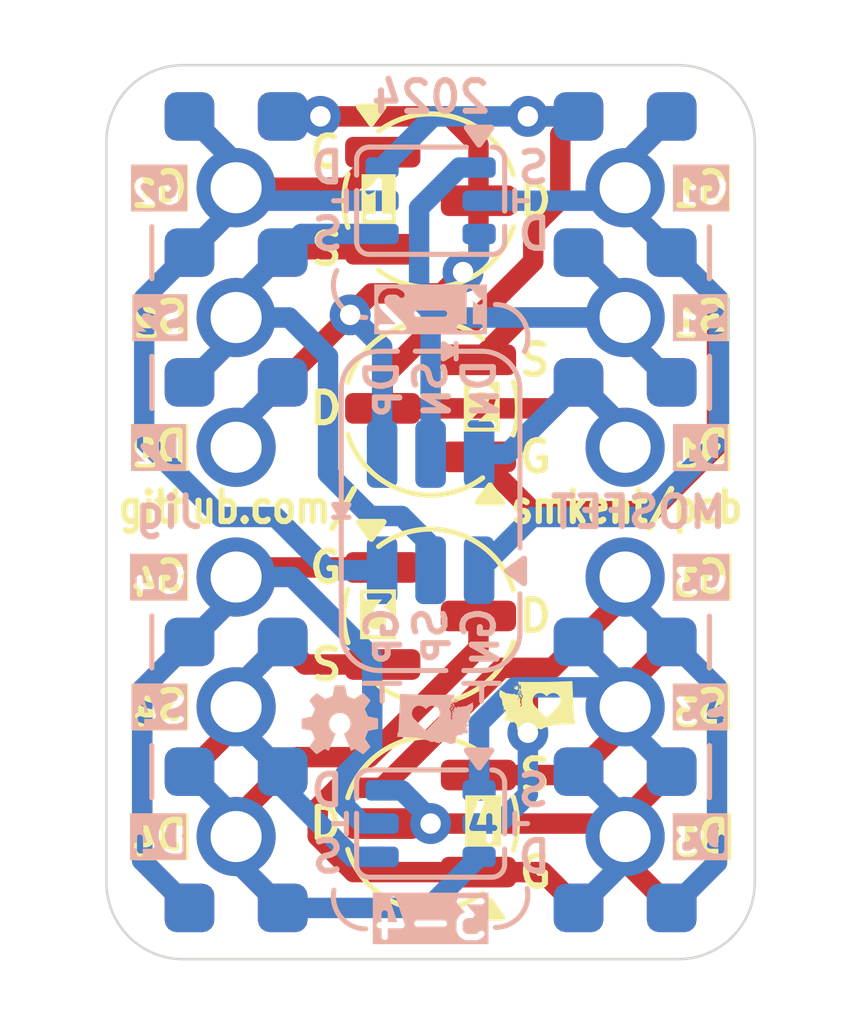
<source format=kicad_pcb>
(kicad_pcb (version 20240108) (generator "pcbnew") (generator_version "8.0")
  (layers (0 "F.Cu" signal) (31 "B.Cu" signal) (34 "B.Paste" user) (35 "F.Paste" user) (36 "B.SilkS" user "B.Silkscreen") (37 "F.SilkS" user "F.Silkscreen") (38 "B.Mask" user) (39 "F.Mask" user) (44 "Edge.Cuts" user))
  (net 0 "")
  (net 1 "L5")
  (net 2 "L6")
  (net 3 "L1")
  (net 4 "L3")
  (net 5 "L4")
  (net 6 "L2")
  (net 7 "R5")
  (net 8 "R4")
  (net 9 "R3")
  (net 10 "R6")
  (net 11 "R1")
  (net 12 "R2")
  (footprint "custom:R_0603_1608Metric_Pad0.98x0.95mm_HandSolder_simple" (layer "F.Cu") (at 109.22 100.203 180)
    (property "Reference" "R9" (hide yes))
    (property "Value" "10K")
    (pad "1" smd roundrect (at -0.9125 0 180) (size 0.975 0.95) (layers "F.Cu" "F.Paste" "F.Mask") (net 11 "R1"))
    (pad "2" smd roundrect (at 0.9125 0 180) (size 0.975 0.95) (layers "F.Cu" "F.Paste" "F.Mask") (net 9 "R3"))
  )
  (footprint "custom:R_0603_1608Metric_Pad0.98x0.95mm_HandSolder_simple" (layer "F.Cu") (at 101.6 113.03)
    (property "Reference" "R5" (hide yes))
    (property "Value" "10K")
    (pad "1" smd roundrect (at -0.9125 0) (size 0.975 0.95) (layers "F.Cu" "F.Paste" "F.Mask") (net 1 "L5"))
    (pad "2" smd roundrect (at 0.9125 0) (size 0.975 0.95) (layers "F.Cu" "F.Paste" "F.Mask") (net 2 "L6"))
  )
  (footprint "custom:R_0603_1608Metric_Pad0.98x0.95mm_HandSolder_simple" (layer "F.Cu") (at 109.22 113.03)
    (property "Reference" "R11" (hide yes))
    (property "Value" "10K")
    (pad "1" smd roundrect (at -0.9125 0) (size 0.975 0.95) (layers "F.Cu" "F.Paste" "F.Mask") (net 7 "R5"))
    (pad "2" smd roundrect (at 0.9125 0) (size 0.975 0.95) (layers "F.Cu" "F.Paste" "F.Mask") (net 10 "R6"))
  )
  (footprint "custom:R_0603_1608Metric_Pad0.98x0.95mm_HandSolder_simple" (layer "F.Cu") (at 101.6 105.41)
    (property "Reference" "R2" (hide yes))
    (property "Value" "10K")
    (pad "1" smd roundrect (at -0.9125 0) (size 0.975 0.95) (layers "F.Cu" "F.Paste" "F.Mask") (net 6 "L2"))
    (pad "2" smd roundrect (at 0.9125 0) (size 0.975 0.95) (layers "F.Cu" "F.Paste" "F.Mask") (net 4 "L3"))
  )
  (footprint "custom:R_0603_1608Metric_Pad0.98x0.95mm_HandSolder_simple" (layer "F.Cu") (at 109.22 110.49)
    (property "Reference" "R10" (hide yes))
    (property "Value" "10K")
    (pad "1" smd roundrect (at -0.9125 0) (size 0.975 0.95) (layers "F.Cu" "F.Paste" "F.Mask") (net 8 "R4"))
    (pad "2" smd roundrect (at 0.9125 0) (size 0.975 0.95) (layers "F.Cu" "F.Paste" "F.Mask") (net 7 "R5"))
  )
  (footprint "custom:R_0603_1608Metric_Pad0.98x0.95mm_HandSolder_simple" (layer "F.Cu") (at 109.22 102.87 180)
    (property "Reference" "R7" (hide yes))
    (property "Value" "10K")
    (pad "1" smd roundrect (at -0.9125 0 180) (size 0.975 0.95) (layers "F.Cu" "F.Paste" "F.Mask") (net 11 "R1"))
    (pad "2" smd roundrect (at 0.9125 0 180) (size 0.975 0.95) (layers "F.Cu" "F.Paste" "F.Mask") (net 12 "R2"))
  )
  (footprint "graphics:wa-state-heart-1.5mm" (layer "F.Cu") (at 107.5 111.75)
    (property "Reference" "G***" (hide yes))
    (property "Value" "LOGO" (hide yes))
  )
  (footprint "custom:R_0603_1608Metric_Pad0.98x0.95mm_HandSolder_simple" (layer "F.Cu") (at 101.6 102.87)
    (property "Reference" "R1" (hide yes))
    (property "Value" "10K")
    (pad "1" smd roundrect (at -0.9125 0) (size 0.975 0.95) (layers "F.Cu" "F.Paste" "F.Mask") (net 3 "L1"))
    (pad "2" smd roundrect (at 0.9125 0) (size 0.975 0.95) (layers "F.Cu" "F.Paste" "F.Mask") (net 6 "L2"))
  )
  (footprint "custom:SOT-23_mosfet" (layer "F.Cu") (at 105.41 114.046 180)
    (property "Reference" "Q6" (hide yes))
    (property "Value" "BSS138")
    (fp_text user "G" (at -1.675 -0.95 0) (layer "F.SilkS") (effects (font (size 0.6 0.6) (thickness 0.12)) (justify left)))
    (fp_text user "S" (at -1.675 0.95 0) (layer "F.SilkS") (effects (font (size 0.6 0.6) (thickness 0.12)) (justify left)))
    (fp_text user "D" (at 1.675 0 0) (layer "F.SilkS") (effects (font (size 0.6 0.6) (thickness 0.12)) (justify right)))
    (pad "1" smd roundrect (at -0.9375 -0.95 180) (size 1.475 0.6) (layers "F.Cu" "F.Paste" "F.Mask") (net 8 "R4"))
    (pad "2" smd roundrect (at -0.9375 0.95 180) (size 1.475 0.6) (layers "F.Cu" "F.Paste" "F.Mask") (net 7 "R5"))
    (pad "3" smd roundrect (at 0.9375 0 180) (size 1.475 0.6) (layers "F.Cu" "F.Paste" "F.Mask") (net 10 "R6"))
  )
  (footprint "custom:R_0603_1608Metric_Pad0.98x0.95mm_HandSolder_simple" (layer "F.Cu") (at 109.22 105.41 180)
    (property "Reference" "R8" (hide yes))
    (property "Value" "10K")
    (pad "1" smd roundrect (at -0.9125 0 180) (size 0.975 0.95) (layers "F.Cu" "F.Paste" "F.Mask") (net 12 "R2"))
    (pad "2" smd roundrect (at 0.9125 0 180) (size 0.975 0.95) (layers "F.Cu" "F.Paste" "F.Mask") (net 9 "R3"))
  )
  (footprint "custom:R_0603_1608Metric_Pad0.98x0.95mm_HandSolder_simple" (layer "F.Cu") (at 101.6 115.697)
    (property "Reference" "R6" (hide yes))
    (property "Value" "10K")
    (pad "1" smd roundrect (at -0.9125 0) (size 0.975 0.95) (layers "F.Cu" "F.Paste" "F.Mask") (net 5 "L4"))
    (pad "2" smd roundrect (at 0.9125 0) (size 0.975 0.95) (layers "F.Cu" "F.Paste" "F.Mask") (net 2 "L6"))
  )
  (footprint "custom:SOT-23_mosfet" (layer "F.Cu") (at 105.41 105.918 180)
    (property "Reference" "Q2" (hide yes))
    (property "Value" "BSS138")
    (fp_text user "S" (at -1.675 0.95 0) (layer "F.SilkS") (effects (font (size 0.6 0.6) (thickness 0.12)) (justify left)))
    (fp_text user "G" (at -1.675 -0.95 0) (layer "F.SilkS") (effects (font (size 0.6 0.6) (thickness 0.12)) (justify left)))
    (fp_text user "D" (at 1.675 0 0) (layer "F.SilkS") (effects (font (size 0.6 0.6) (thickness 0.12)) (justify right)))
    (pad "1" smd roundrect (at -0.9375 -0.95 180) (size 1.475 0.6) (layers "F.Cu" "F.Paste" "F.Mask") (net 11 "R1"))
    (pad "2" smd roundrect (at -0.9375 0.95 180) (size 1.475 0.6) (layers "F.Cu" "F.Paste" "F.Mask") (net 12 "R2"))
    (pad "3" smd roundrect (at 0.9375 0 180) (size 1.475 0.6) (layers "F.Cu" "F.Paste" "F.Mask") (net 9 "R3"))
  )
  (footprint "graphics:oshw-logo-1.5mm" (layer "F.Cu") (at 103.632 112.014)
    (property "Reference" "G***" (hide yes))
    (property "Value" "LOGO" (hide yes))
  )
  (footprint "custom:SOT-23_mosfet" (layer "F.Cu") (at 105.41 109.982)
    (property "Reference" "Q5" (hide yes))
    (property "Value" "BSS138")
    (fp_text user "S" (at -1.675 0.95 0) (layer "F.SilkS") (effects (font (size 0.6 0.6) (thickness 0.12)) (justify right)))
    (fp_text user "G" (at -1.675 -0.95 0) (layer "F.SilkS") (effects (font (size 0.6 0.6) (thickness 0.12)) (justify right)))
    (fp_text user "D" (at 1.675 0 0) (layer "F.SilkS") (effects (font (size 0.6 0.6) (thickness 0.12)) (justify left)))
    (pad "1" smd roundrect (at -0.9375 -0.95) (size 1.475 0.6) (layers "F.Cu" "F.Paste" "F.Mask") (net 5 "L4"))
    (pad "2" smd roundrect (at -0.9375 0.95) (size 1.475 0.6) (layers "F.Cu" "F.Paste" "F.Mask") (net 1 "L5"))
    (pad "3" smd roundrect (at 0.9375 0) (size 1.475 0.6) (layers "F.Cu" "F.Paste" "F.Mask") (net 2 "L6"))
  )
  (footprint "custom:R_0603_1608Metric_Pad0.98x0.95mm_HandSolder_simple" (layer "F.Cu") (at 101.6 110.49)
    (property "Reference" "R4" (hide yes))
    (property "Value" "10K")
    (pad "1" smd roundrect (at -0.9125 0) (size 0.975 0.95) (layers "F.Cu" "F.Paste" "F.Mask") (net 5 "L4"))
    (pad "2" smd roundrect (at 0.9125 0) (size 0.975 0.95) (layers "F.Cu" "F.Paste" "F.Mask") (net 1 "L5"))
  )
  (footprint "custom:R_0603_1608Metric_Pad0.98x0.95mm_HandSolder_simple" (layer "F.Cu") (at 109.22 115.697)
    (property "Reference" "R12" (hide yes))
    (property "Value" "10K")
    (pad "1" smd roundrect (at -0.9125 0) (size 0.975 0.95) (layers "F.Cu" "F.Paste" "F.Mask") (net 8 "R4"))
    (pad "2" smd roundrect (at 0.9125 0) (size 0.975 0.95) (layers "F.Cu" "F.Paste" "F.Mask") (net 10 "R6"))
  )
  (footprint "custom:SOT-23_mosfet" (layer "F.Cu") (at 105.41 101.854)
    (property "Reference" "Q1" (hide yes))
    (property "Value" "BSS138")
    (fp_text user "G" (at -1.675 -0.95 0) (layer "F.SilkS") (effects (font (size 0.6 0.6) (thickness 0.12)) (justify right)))
    (fp_text user "S" (at -1.675 0.95 0) (layer "F.SilkS") (effects (font (size 0.6 0.6) (thickness 0.12)) (justify right)))
    (fp_text user "D" (at 1.675 0 0) (layer "F.SilkS") (effects (font (size 0.6 0.6) (thickness 0.12)) (justify left)))
    (pad "1" smd roundrect (at -0.9375 -0.95) (size 1.475 0.6) (layers "F.Cu" "F.Paste" "F.Mask") (net 3 "L1"))
    (pad "2" smd roundrect (at -0.9375 0.95) (size 1.475 0.6) (layers "F.Cu" "F.Paste" "F.Mask") (net 6 "L2"))
    (pad "3" smd roundrect (at 0.9375 0) (size 1.475 0.6) (layers "F.Cu" "F.Paste" "F.Mask") (net 4 "L3"))
  )
  (footprint "custom:R_0603_1608Metric_Pad0.98x0.95mm_HandSolder_simple" (layer "F.Cu") (at 101.6 100.203)
    (property "Reference" "R3" (hide yes))
    (property "Value" "10K")
    (pad "1" smd roundrect (at -0.9125 0) (size 0.975 0.95) (layers "F.Cu" "F.Paste" "F.Mask") (net 3 "L1"))
    (pad "2" smd roundrect (at 0.9125 0) (size 0.975 0.95) (layers "F.Cu" "F.Paste" "F.Mask") (net 4 "L3"))
  )
  (footprint "custom:R_0603_1608Metric_Pad0.98x0.95mm_HandSolder_simple" (layer "B.Cu") (at 109.22 100.203 180)
    (property "Reference" "R21" (hide yes))
    (property "Value" "10K")
    (pad "1" smd roundrect (at -0.9125 0 180) (size 0.975 0.95) (layers "B.Cu" "B.Paste" "B.Mask") (net 11 "R1"))
    (pad "2" smd roundrect (at 0.9125 0 180) (size 0.975 0.95) (layers "B.Cu" "B.Paste" "B.Mask") (net 9 "R3"))
  )
  (footprint "graphics:oshw-logo-1.5mm" (layer "B.Cu") (at 103.632 112.014 180)
    (property "Reference" "G***" (hide yes))
    (property "Value" "LOGO" (hide yes))
  )
  (footprint "custom:R_0603_1608Metric_Pad0.98x0.95mm_HandSolder_simple" (layer "B.Cu") (at 109.22 110.49 180)
    (property "Reference" "R22" (hide yes))
    (property "Value" "10K")
    (pad "1" smd roundrect (at -0.9125 0 180) (size 0.975 0.95) (layers "B.Cu" "B.Paste" "B.Mask") (net 8 "R4"))
    (pad "2" smd roundrect (at 0.9125 0 180) (size 0.975 0.95) (layers "B.Cu" "B.Paste" "B.Mask") (net 7 "R5"))
  )
  (footprint "custom:PinHeader_1x06_P2.54mm_Vertical_slim_simple" (layer "B.Cu") (at 109.22 101.6 180)
    (property "Reference" "J2" (hide yes))
    (property "Value" "Pin headers")
    (pad "1" thru_hole oval (at 0 0 180) (size 1.55 1.55) (drill 1) (layers "*.Cu" "*.Mask") (net 11 "R1"))
    (pad "2" thru_hole oval (at 0 -2.54 180) (size 1.55 1.55) (drill 1) (layers "*.Cu" "*.Mask") (net 12 "R2"))
    (pad "3" thru_hole oval (at 0 -5.08 180) (size 1.55 1.55) (drill 1) (layers "*.Cu" "*.Mask") (net 9 "R3"))
    (pad "4" thru_hole oval (at 0 -7.62 180) (size 1.55 1.55) (drill 1) (layers "*.Cu" "*.Mask") (net 8 "R4"))
    (pad "5" thru_hole oval (at 0 -10.16 180) (size 1.55 1.55) (drill 1) (layers "*.Cu" "*.Mask") (net 7 "R5"))
    (pad "6" thru_hole oval (at 0 -12.7 180) (size 1.55 1.55) (drill 1) (layers "*.Cu" "*.Mask") (net 10 "R6"))
  )
  (footprint "custom:R_0603_1608Metric_Pad0.98x0.95mm_HandSolder_simple" (layer "B.Cu") (at 101.6 100.203)
    (property "Reference" "R15" (hide yes))
    (property "Value" "10K")
    (pad "1" smd roundrect (at -0.9125 0) (size 0.975 0.95) (layers "B.Cu" "B.Paste" "B.Mask") (net 3 "L1"))
    (pad "2" smd roundrect (at 0.9125 0) (size 0.975 0.95) (layers "B.Cu" "B.Paste" "B.Mask") (net 4 "L3"))
  )
  (footprint "custom:SOT-23-6_G1NP02LLE_mosfet" (layer "B.Cu") (at 105.41 107.95 90)
    (property "Reference" "Q3" (hide yes))
    (property "Value" "G1NP02LLE")
    (fp_text user "S_{P}" (at -1.8 0 90) (layer "B.SilkS") (effects (font (size 0.6 0.6) (thickness 0.12) (bold yes)) (justify left mirror)))
    (fp_text user "G_{P}" (at -1.8 -0.95 90) (layer "B.SilkS") (effects (font (size 0.6 0.6) (thickness 0.12) (bold yes)) (justify left mirror)))
    (fp_text user "D_{N}" (at 1.8 0.95 90) (layer "B.SilkS") (effects (font (size 0.6 0.6) (thickness 0.12) (bold yes)) (justify right mirror)))
    (fp_text user "D_{P}" (at 1.8 -0.95 90) (layer "B.SilkS") (effects (font (size 0.6 0.6) (thickness 0.12) (bold yes)) (justify right mirror)))
    (fp_text user "S_{N}" (at 1.8 0 90) (layer "B.SilkS") (effects (font (size 0.6 0.6) (thickness 0.12) (bold yes)) (justify right mirror)))
    (fp_text user "G_{N}" (at -1.8 0.95 90) (layer "B.SilkS") (effects (font (size 0.6 0.6) (thickness 0.12) (bold yes)) (justify left mirror)))
    (pad "1" smd roundrect (at -1.1375 0.95 90) (size 1.325 0.6) (layers "B.Cu" "B.Paste" "B.Mask") (net 11 "R1"))
    (pad "2" smd roundrect (at -1.1375 0 90) (size 1.325 0.6) (layers "B.Cu" "B.Paste" "B.Mask") (net 6 "L2"))
    (pad "3" smd roundrect (at -1.1375 -0.95 90) (size 1.325 0.6) (layers "B.Cu" "B.Paste" "B.Mask") (net 3 "L1"))
    (pad "4" smd roundrect (at 1.1375 -0.95 90) (size 1.325 0.6) (layers "B.Cu" "B.Paste" "B.Mask") (net 4 "L3"))
    (pad "5" smd roundrect (at 1.1375 0 90) (size 1.325 0.6) (layers "B.Cu" "B.Paste" "B.Mask") (net 12 "R2"))
    (pad "6" smd roundrect (at 1.1375 0.95 90) (size 1.325 0.6) (layers "B.Cu" "B.Paste" "B.Mask") (net 9 "R3"))
  )
  (footprint "custom:R_0603_1608Metric_Pad0.98x0.95mm_HandSolder_simple" (layer "B.Cu") (at 109.22 102.87 180)
    (property "Reference" "R19" (hide yes))
    (property "Value" "10K")
    (pad "1" smd roundrect (at -0.9125 0 180) (size 0.975 0.95) (layers "B.Cu" "B.Paste" "B.Mask") (net 11 "R1"))
    (pad "2" smd roundrect (at 0.9125 0 180) (size 0.975 0.95) (layers "B.Cu" "B.Paste" "B.Mask") (net 12 "R2"))
  )
  (footprint "custom:R_0603_1608Metric_Pad0.98x0.95mm_HandSolder_simple" (layer "B.Cu") (at 109.22 113.03 180)
    (property "Reference" "R23" (hide yes))
    (property "Value" "10K")
    (pad "1" smd roundrect (at -0.9125 0 180) (size 0.975 0.95) (layers "B.Cu" "B.Paste" "B.Mask") (net 7 "R5"))
    (pad "2" smd roundrect (at 0.9125 0 180) (size 0.975 0.95) (layers "B.Cu" "B.Paste" "B.Mask") (net 10 "R6"))
  )
  (footprint "custom:R_0603_1608Metric_Pad0.98x0.95mm_HandSolder_simple" (layer "B.Cu") (at 101.6 115.697)
    (property "Reference" "R18" (hide yes))
    (property "Value" "10K")
    (pad "1" smd roundrect (at -0.9125 0) (size 0.975 0.95) (layers "B.Cu" "B.Paste" "B.Mask") (net 5 "L4"))
    (pad "2" smd roundrect (at 0.9125 0) (size 0.975 0.95) (layers "B.Cu" "B.Paste" "B.Mask") (net 2 "L6"))
  )
  (footprint "custom:R_0603_1608Metric_Pad0.98x0.95mm_HandSolder_simple" (layer "B.Cu") (at 109.22 115.697 180)
    (property "Reference" "R24" (hide yes))
    (property "Value" "10K")
    (pad "1" smd roundrect (at -0.9125 0 180) (size 0.975 0.95) (layers "B.Cu" "B.Paste" "B.Mask") (net 8 "R4"))
    (pad "2" smd roundrect (at 0.9125 0 180) (size 0.975 0.95) (layers "B.Cu" "B.Paste" "B.Mask") (net 10 "R6"))
  )
  (footprint "graphics:wa-state-heart-1.5mm" (layer "B.Cu") (at 105.5 112 180)
    (property "Reference" "G***" (hide yes))
    (property "Value" "LOGO" (hide yes))
  )
  (footprint "custom:R_0603_1608Metric_Pad0.98x0.95mm_HandSolder_simple" (layer "B.Cu") (at 109.22 105.41 180)
    (property "Reference" "R20" (hide yes))
    (property "Value" "10K")
    (pad "1" smd roundrect (at -0.9125 0 180) (size 0.975 0.95) (layers "B.Cu" "B.Paste" "B.Mask") (net 12 "R2"))
    (pad "2" smd roundrect (at 0.9125 0 180) (size 0.975 0.95) (layers "B.Cu" "B.Paste" "B.Mask") (net 9 "R3"))
  )
  (footprint "custom:PinHeader_1x06_P2.54mm_Vertical_slim_simple" (layer "B.Cu") (at 101.6 101.6 180)
    (property "Reference" "J1" (hide yes))
    (property "Value" "Pin headers")
    (pad "1" thru_hole oval (at 0 0 180) (size 1.55 1.55) (drill 1) (layers "*.Cu" "*.Mask") (net 3 "L1"))
    (pad "2" thru_hole oval (at 0 -2.54 180) (size 1.55 1.55) (drill 1) (layers "*.Cu" "*.Mask") (net 6 "L2"))
    (pad "3" thru_hole oval (at 0 -5.08 180) (size 1.55 1.55) (drill 1) (layers "*.Cu" "*.Mask") (net 4 "L3"))
    (pad "4" thru_hole oval (at 0 -7.62 180) (size 1.55 1.55) (drill 1) (layers "*.Cu" "*.Mask") (net 5 "L4"))
    (pad "5" thru_hole oval (at 0 -10.16 180) (size 1.55 1.55) (drill 1) (layers "*.Cu" "*.Mask") (net 1 "L5"))
    (pad "6" thru_hole oval (at 0 -12.7 180) (size 1.55 1.55) (drill 1) (layers "*.Cu" "*.Mask") (net 2 "L6"))
  )
  (footprint "custom:R_0603_1608Metric_Pad0.98x0.95mm_HandSolder_simple" (layer "B.Cu") (at 101.6 110.49)
    (property "Reference" "R16" (hide yes))
    (property "Value" "10K")
    (pad "1" smd roundrect (at -0.9125 0) (size 0.975 0.95) (layers "B.Cu" "B.Paste" "B.Mask") (net 5 "L4"))
    (pad "2" smd roundrect (at 0.9125 0) (size 0.975 0.95) (layers "B.Cu" "B.Paste" "B.Mask") (net 1 "L5"))
  )
  (footprint "custom:SOT-363_SC-70-6_mosfet" (layer "B.Cu") (at 105.41 114.046 180)
    (property "Reference" "Q7" (hide yes))
    (property "Value" "2N7002DW")
    (fp_text user "S" (at -1.65 0.65 0) (layer "B.SilkS") (effects (font (size 0.6 0.6) (thickness 0.12) (bold yes)) (justify right mirror)))
    (fp_text user "D" (at -1.65 -0.65 0) (layer "B.SilkS") (effects (font (size 0.6 0.6) (thickness 0.12) (bold yes)) (justify right mirror)))
    (fp_text user "D" (at 1.65 0.65 0) (layer "B.SilkS") (effects (font (size 0.6 0.6) (thickness 0.12) (bold yes)) (justify left mirror)))
    (fp_text user "S" (at 1.65 -0.65 0) (layer "B.SilkS") (effects (font (size 0.6 0.6) (thickness 0.12) (bold yes)) (justify left mirror)))
    (pad "1" smd roundrect (at -0.95 0.65 180) (size 0.65 0.4) (layers "B.Cu" "B.Paste" "B.Mask") (net 7 "R5"))
    (pad "2" smd roundrect (at -0.95 0 180) (size 0.65 0.4) (layers "B.Cu" "B.Paste" "B.Mask") (net 8 "R4"))
    (pad "3" smd roundrect (at -0.95 -0.65 180) (size 0.65 0.4) (layers "B.Cu" "B.Paste" "B.Mask") (net 2 "L6"))
    (pad "4" smd roundrect (at 0.95 -0.65 180) (size 0.65 0.4) (layers "B.Cu" "B.Paste" "B.Mask") (net 1 "L5"))
    (pad "5" smd roundrect (at 0.95 0 180) (size 0.65 0.4) (layers "B.Cu" "B.Paste" "B.Mask") (net 5 "L4"))
    (pad "6" smd roundrect (at 0.95 0.65 180) (size 0.65 0.4) (layers "B.Cu" "B.Paste" "B.Mask") (net 10 "R6"))
  )
  (footprint "custom:R_0603_1608Metric_Pad0.98x0.95mm_HandSolder_simple" (layer "B.Cu") (at 101.6 113.03 180)
    (property "Reference" "R17" (hide yes))
    (property "Value" "10K")
    (pad "1" smd roundrect (at -0.9125 0 180) (size 0.975 0.95) (layers "B.Cu" "B.Paste" "B.Mask") (net 1 "L5"))
    (pad "2" smd roundrect (at 0.9125 0 180) (size 0.975 0.95) (layers "B.Cu" "B.Paste" "B.Mask") (net 2 "L6"))
  )
  (footprint "custom:SOT-363_SC-70-6_mosfet" (layer "B.Cu") (at 105.41 101.854 180)
    (property "Reference" "Q4" (hide yes))
    (property "Value" "2N7002DW")
    (fp_text user "D" (at -1.65 -0.65 0) (layer "B.SilkS") (effects (font (size 0.6 0.6) (thickness 0.12) (bold yes)) (justify right mirror)))
    (fp_text user "S" (at -1.65 0.65 0) (layer "B.SilkS") (effects (font (size 0.6 0.6) (thickness 0.12) (bold yes)) (justify right mirror)))
    (fp_text user "S" (at 1.65 -0.65 0) (layer "B.SilkS") (effects (font (size 0.6 0.6) (thickness 0.12) (bold yes)) (justify left mirror)))
    (fp_text user "D" (at 1.65 0.65 0) (layer "B.SilkS") (effects (font (size 0.6 0.6) (thickness 0.12) (bold yes)) (justify left mirror)))
    (pad "1" smd roundrect (at -0.95 0.65 180) (size 0.65 0.4) (layers "B.Cu" "B.Paste" "B.Mask") (net 12 "R2"))
    (pad "2" smd roundrect (at -0.95 0 180) (size 0.65 0.4) (layers "B.Cu" "B.Paste" "B.Mask") (net 11 "R1"))
    (pad "3" smd roundrect (at -0.95 -0.65 180) (size 0.65 0.4) (layers "B.Cu" "B.Paste" "B.Mask") (net 4 "L3"))
    (pad "4" smd roundrect (at 0.95 -0.65 180) (size 0.65 0.4) (layers "B.Cu" "B.Paste" "B.Mask") (net 6 "L2"))
    (pad "5" smd roundrect (at 0.95 0 180) (size 0.65 0.4) (layers "B.Cu" "B.Paste" "B.Mask") (net 3 "L1"))
    (pad "6" smd roundrect (at 0.95 0.65 180) (size 0.65 0.4) (layers "B.Cu" "B.Paste" "B.Mask") (net 9 "R3"))
  )
  (footprint "custom:R_0603_1608Metric_Pad0.98x0.95mm_HandSolder_simple" (layer "B.Cu") (at 101.6 102.87)
    (property "Reference" "R13" (hide yes))
    (property "Value" "10K")
    (pad "1" smd roundrect (at -0.9125 0) (size 0.975 0.95) (layers "B.Cu" "B.Paste" "B.Mask") (net 3 "L1"))
    (pad "2" smd roundrect (at 0.9125 0) (size 0.975 0.95) (layers "B.Cu" "B.Paste" "B.Mask") (net 6 "L2"))
  )
  (footprint "custom:R_0603_1608Metric_Pad0.98x0.95mm_HandSolder_simple" (layer "B.Cu") (at 101.6 105.41)
    (property "Reference" "R14" (hide yes))
    (property "Value" "10K")
    (pad "1" smd roundrect (at -0.9125 0) (size 0.975 0.95) (layers "B.Cu" "B.Paste" "B.Mask") (net 6 "L2"))
    (pad "2" smd roundrect (at 0.9125 0) (size 0.975 0.95) (layers "B.Cu" "B.Paste" "B.Mask") (net 4 "L3"))
  )
  (gr_arc (start 104.14 104.14) (mid 103.599837 103.838839) (end 103.572039 103.221019) (stroke (width 0.1)) (layer "B.SilkS"))
  (gr_line (start 110.871 112.522) (end 110.871 113.538) (stroke (width 0.1)) (layer "B.SilkS"))
  (gr_line (start 99.949 113.538) (end 99.949 112.522) (stroke (width 0.1)) (layer "B.SilkS"))
  (gr_line (start 110.871 109.982) (end 110.871 110.998) (stroke (width 0.1)) (layer "B.SilkS"))
  (gr_line (start 99.949 110.998) (end 99.949 109.982) (stroke (width 0.1)) (layer "B.SilkS"))
  (gr_line (start 110.871 104.902) (end 110.871 105.918) (stroke (width 0.1)) (layer "B.SilkS"))
  (gr_line (start 110.871 102.362) (end 110.871 103.378) (stroke (width 0.1)) (layer "B.SilkS"))
  (gr_line (start 99.949 103.378) (end 99.949 102.362) (stroke (width 0.1)) (layer "B.SilkS"))
  (gr_arc (start 104.14 116.107981) (mid 103.648928 115.875564) (end 103.517331 115.348447) (stroke (width 0.1)) (layer "B.SilkS"))
  (gr_arc (start 107.302669 115.318466) (mid 107.171073 115.845583) (end 106.68 116.078) (stroke (width 0.1)) (layer "B.SilkS"))
  (gr_line (start 99.949 105.918) (end 99.949 104.902) (stroke (width 0.1)) (layer "B.SilkS"))
  (gr_arc (start 106.68 103.886) (mid 107.220163 104.187161) (end 107.247961 104.804981) (stroke (width 0.1)) (layer "B.SilkS"))
  (gr_line (start 99.949 104.902) (end 99.949 105.918) (stroke (width 0.1)) (layer "F.SilkS"))
  (gr_line (start 110.871 105.918) (end 110.871 104.902) (stroke (width 0.1)) (layer "F.SilkS"))
  (gr_line (start 110.871 110.998) (end 110.871 109.982) (stroke (width 0.1)) (layer "F.SilkS"))
  (gr_line (start 99.949 112.522) (end 99.949 113.538) (stroke (width 0.1)) (layer "F.SilkS"))
  (gr_line (start 110.871 103.378) (end 110.871 102.362) (stroke (width 0.1)) (layer "F.SilkS"))
  (gr_line (start 99.949 109.982) (end 99.949 110.998) (stroke (width 0.1)) (layer "F.SilkS"))
  (gr_line (start 110.871 113.538) (end 110.871 112.522) (stroke (width 0.1)) (layer "F.SilkS"))
  (gr_line (start 99.949 102.362) (end 99.949 103.378) (stroke (width 0.1)) (layer "F.SilkS"))
  (gr_poly (pts (arc (start 111.76 100.7) (mid 111.32066 99.63934) (end 110.26 99.2)) (arc (start 100.56 99.2) (mid 99.49934 99.63934) (end 99.06 100.7)) (arc (start 99.06 115.2) (mid 99.49934 116.26066) (end 100.56 116.7)) (arc (start 110.26 116.7) (mid 111.32066 116.26066) (end 111.76 115.2))) (stroke (width 0.05)) (fill none) (layer "Edge.Cuts"))
  (gr_text "1-2" (at 105.41 104.013 -0) (layer "B.SilkS" knockout) (effects (font (size 0.7 0.7) (thickness 0.12) (bold yes)) (justify mirror)))
  (gr_text "G_{4}" (at 100.711 109.22 0) (layer "B.SilkS" knockout) (effects (font (size 0.6 0.6) (thickness 0.12) (bold yes)) (justify left mirror)))
  (gr_text "3-4" (at 105.41 115.951 -0) (layer "B.SilkS" knockout) (effects (font (size 0.7 0.7) (thickness 0.12) (bold yes)) (justify mirror)))
  (gr_text "S_{3}" (at 110.109 111.76 0) (layer "B.SilkS" knockout) (effects (font (size 0.6 0.6) (thickness 0.12) (bold yes)) (justify right mirror)))
  (gr_text "G_{3}" (at 110.109 109.22 0) (layer "B.SilkS" knockout) (effects (font (size 0.6 0.6) (thickness 0.12) (bold yes)) (justify right mirror)))
  (gr_text "S_{2}" (at 100.711 104.14 0) (layer "B.SilkS" knockout) (effects (font (size 0.6 0.6) (thickness 0.12) (bold yes)) (justify left mirror)))
  (gr_text "D_{3}" (at 110.109 114.3 0) (layer "B.SilkS" knockout) (effects (font (size 0.6 0.6) (thickness 0.12) (bold yes)) (justify right mirror)))
  (gr_text "D_{1}" (at 110.109 106.68 0) (layer "B.SilkS" knockout) (effects (font (size 0.6 0.6) (thickness 0.12) (bold yes)) (justify right mirror)))
  (gr_text "G_{1}" (at 110.109 101.6 0) (layer "B.SilkS" knockout) (effects (font (size 0.6 0.6) (thickness 0.12) (bold yes)) (justify right mirror)))
  (gr_text "D_{4}" (at 100.711 114.3 0) (layer "B.SilkS" knockout) (effects (font (size 0.6 0.6) (thickness 0.12) (bold yes)) (justify left mirror)))
  (gr_text "2024" (at 105.41 99.822 0) (layer "B.SilkS") (effects (font (size 0.6 0.6) (thickness 0.12) (bold yes)) (justify mirror)))
  (gr_text "D_{2}" (at 100.711 106.68 0) (layer "B.SilkS" knockout) (effects (font (size 0.6 0.6) (thickness 0.12) (bold yes)) (justify left mirror)))
  (gr_text "G_{2}" (at 100.711 101.6 0) (layer "B.SilkS" knockout) (effects (font (size 0.6 0.6) (thickness 0.12) (bold yes)) (justify left mirror)))
  (gr_text "S_{1}" (at 110.109 104.14 0) (layer "B.SilkS" knockout) (effects (font (size 0.6 0.6) (thickness 0.12) (bold yes)) (justify right mirror)))
  (gr_text "S_{4}" (at 100.711 111.76 0) (layer "B.SilkS" knockout) (effects (font (size 0.6 0.6) (thickness 0.12) (bold yes)) (justify left mirror)))
  (gr_text "MOSFET               Jig" (at 105.41 107.95 0) (layer "B.SilkS") (effects (font (size 0.6 0.6) (thickness 0.12) (bold yes)) (justify mirror)))
  (gr_text "4" (at 106.426 114.046 0) (layer "F.SilkS" knockout) (effects (font (size 0.7 0.7) (thickness 0.12) (bold yes))))
  (gr_text "D_{4}" (at 110.109 114.3 0) (layer "F.SilkS" knockout) (effects (font (size 0.6 0.6) (thickness 0.12) (bold yes)) (justify left)))
  (gr_text "3" (at 104.394 109.982 0) (layer "F.SilkS" knockout) (effects (font (size 0.7 0.7) (thickness 0.12) (bold yes))))
  (gr_text "G_{4}" (at 110.109 109.22 0) (layer "F.SilkS" knockout) (effects (font (size 0.6 0.6) (thickness 0.12) (bold yes)) (justify left)))
  (gr_text "S_{2}" (at 110.109 104.14 0) (layer "F.SilkS" knockout) (effects (font (size 0.6 0.6) (thickness 0.12) (bold yes)) (justify left)))
  (gr_text "G_{3}" (at 100.711 109.22 0) (layer "F.SilkS" knockout) (effects (font (size 0.6 0.6) (thickness 0.12) (bold yes)) (justify right)))
  (gr_text "G_{1}" (at 100.711 101.6 0) (layer "F.SilkS" knockout) (effects (font (size 0.6 0.6) (thickness 0.12) (bold yes)) (justify right)))
  (gr_text "2" (at 106.426 105.918 0) (layer "F.SilkS" knockout) (effects (font (size 0.7 0.7) (thickness 0.12) (bold yes))))
  (gr_text "S_{4}" (at 110.109 111.76 0) (layer "F.SilkS" knockout) (effects (font (size 0.6 0.6) (thickness 0.12) (bold yes)) (justify left)))
  (gr_text "github.com/        smkent/pcb" (at 105.41 108.204 0) (layer "F.SilkS") (effects (font (size 0.6 0.5) (thickness 0.12) (bold yes)) (justify bottom)))
  (gr_text "D_{1}" (at 100.711 106.68 0) (layer "F.SilkS" knockout) (effects (font (size 0.6 0.6) (thickness 0.12) (bold yes)) (justify right)))
  (gr_text "G_{2}" (at 110.109 101.6 0) (layer "F.SilkS" knockout) (effects (font (size 0.6 0.6) (thickness 0.12) (bold yes)) (justify left)))
  (gr_text "S_{3}" (at 100.711 111.76 0) (layer "F.SilkS" knockout) (effects (font (size 0.6 0.6) (thickness 0.12) (bold yes)) (justify right)))
  (gr_text "D_{3}" (at 100.711 114.3 0) (layer "F.SilkS" knockout) (effects (font (size 0.6 0.6) (thickness 0.12) (bold yes)) (justify right)))
  (gr_text "1" (at 104.394 101.854 0) (layer "F.SilkS" knockout) (effects (font (size 0.7 0.7) (thickness 0.12) (bold yes))))
  (gr_text "D_{2}" (at 110.109 106.68 0) (layer "F.SilkS" knockout) (effects (font (size 0.6 0.6) (thickness 0.12) (bold yes)) (justify left)))
  (gr_text "S_{1}" (at 100.711 104.14 0) (layer "F.SilkS" knockout) (effects (font (size 0.6 0.6) (thickness 0.12) (bold yes)) (justify right)))
  (segment (start 101.6 111.76) (end 101.6 111.4025) (width 0.4) (layer "F.Cu") (net 1))
  (segment (start 101.6 111.4025) (end 102.5125 110.49) (width 0.4) (layer "F.Cu") (net 1))
  (segment (start 101.6 112.1175) (end 100.6875 113.03) (width 0.4) (layer "F.Cu") (net 1))
  (segment (start 104.4725 110.932) (end 102.9545 110.932) (width 0.4) (layer "F.Cu") (net 1))
  (segment (start 101.6 111.76) (end 101.6 112.1175) (width 0.4) (layer "F.Cu") (net 1))
  (segment (start 102.9545 110.932) (end 102.5125 110.49) (width 0.4) (layer "F.Cu") (net 1))
  (segment (start 101.6 112.1175) (end 102.5125 113.03) (width 0.4) (layer "B.Cu") (net 1))
  (segment (start 103.876594 114.696) (end 102.5125 113.331906) (width 0.4) (layer "B.Cu") (net 1))
  (segment (start 102.5125 113.331906) (end 102.5125 113.03) (width 0.4) (layer "B.Cu") (net 1))
  (segment (start 104.46 114.696) (end 103.876594 114.696) (width 0.4) (layer "B.Cu") (net 1))
  (segment (start 101.6 111.4025) (end 102.5125 110.49) (width 0.4) (layer "B.Cu") (net 1))
  (segment (start 101.6 111.76) (end 101.6 111.4025) (width 0.4) (layer "B.Cu") (net 1))
  (segment (start 101.6 111.76) (end 101.6 112.1175) (width 0.4) (layer "B.Cu") (net 1))
  (segment (start 101.6 114.7845) (end 102.5125 115.697) (width 0.4) (layer "F.Cu") (net 2))
  (segment (start 102.7965 112.746) (end 104.210472 112.746) (width 0.4) (layer "F.Cu") (net 2))
  (segment (start 101.6 113.9425) (end 102.5125 113.03) (width 0.4) (layer "F.Cu") (net 2))
  (segment (start 101.6 114.3) (end 101.6 113.9425) (width 0.4) (layer "F.Cu") (net 2))
  (segment (start 104.210472 112.746) (end 106.3475 110.608972) (width 0.4) (layer "F.Cu") (net 2))
  (segment (start 101.6 114.3) (end 101.6 114.7845) (width 0.4) (layer "F.Cu") (net 2))
  (segment (start 102.5125 113.03) (end 102.7965 112.746) (width 0.4) (layer "F.Cu") (net 2))
  (segment (start 106.3475 110.608972) (end 106.3475 109.982) (width 0.4) (layer "F.Cu") (net 2))
  (segment (start 105.359 115.697) (end 102.5125 115.697) (width 0.4) (layer "B.Cu") (net 2))
  (segment (start 101.6 114.3) (end 101.6 114.7845) (width 0.4) (layer "B.Cu") (net 2))
  (segment (start 106.36 114.696) (end 105.359 115.697) (width 0.4) (layer "B.Cu") (net 2))
  (segment (start 101.6 113.9425) (end 100.6875 113.03) (width 0.4) (layer "B.Cu") (net 2))
  (segment (start 101.6 114.7845) (end 102.5125 115.697) (width 0.4) (layer "B.Cu") (net 2))
  (segment (start 101.6 114.3) (end 101.6 113.9425) (width 0.4) (layer "B.Cu") (net 2))
  (segment (start 101.6 101.1155) (end 100.6875 100.203) (width 0.4) (layer "F.Cu") (net 3))
  (segment (start 103.7765 101.6) (end 101.6 101.6) (width 0.4) (layer "F.Cu") (net 3))
  (segment (start 101.6 101.6) (end 101.6 101.9575) (width 0.4) (layer "F.Cu") (net 3))
  (segment (start 101.6 101.6) (end 101.6 101.1155) (width 0.4) (layer "F.Cu") (net 3))
  (segment (start 101.6 101.9575) (end 100.6875 102.87) (width 0.4) (layer "F.Cu") (net 3))
  (segment (start 104.4725 100.904) (end 103.7765 101.6) (width 0.4) (layer "F.Cu") (net 3))
  (segment (start 101.6 101.6) (end 101.6 101.1155) (width 0.4) (layer "B.Cu") (net 3))
  (segment (start 101.6 101.6) (end 101.6 101.9575) (width 0.4) (layer "B.Cu") (net 3))
  (segment (start 101.854 101.854) (end 104.46 101.854) (width 0.4) (layer "B.Cu") (net 3))
  (segment (start 101.6 101.6) (end 101.854 101.854) (width 0.4) (layer "B.Cu") (net 3))
  (segment (start 101.303299 108.045) (end 99.8 106.541701) (width 0.4) (layer "B.Cu") (net 3))
  (segment (start 104.46 109.0875) (end 103.412043 109.0875) (width 0.4) (layer "B.Cu") (net 3))
  (segment (start 99.8 103.7575) (end 100.6875 102.87) (width 0.4) (layer "B.Cu") (net 3))
  (segment (start 101.6 101.1155) (end 100.6875 100.203) (width 0.4) (layer "B.Cu") (net 3))
  (segment (start 103.412043 109.0875) (end 102.369543 108.045) (width 0.4) (layer "B.Cu") (net 3))
  (segment (start 102.369543 108.045) (end 101.303299 108.045) (width 0.4) (layer "B.Cu") (net 3))
  (segment (start 99.8 106.541701) (end 99.8 103.7575) (width 0.4) (layer "B.Cu") (net 3))
  (segment (start 101.6 101.9575) (end 100.6875 102.87) (width 0.4) (layer "B.Cu") (net 3))
  (segment (start 103.83425 104.08825) (end 102.5125 105.41) (width 0.4) (layer "F.Cu") (net 4))
  (segment (start 106.3475 101.854) (end 106.3475 100.7595) (width 0.4) (layer "F.Cu") (net 4))
  (segment (start 105.791 100.203) (end 103.251 100.203) (width 0.4) (layer "F.Cu") (net 4))
  (segment (start 106.3475 100.7595) (end 105.791 100.203) (width 0.4) (layer "F.Cu") (net 4))
  (segment (start 104.2545 103.668) (end 103.83425 104.08825) (width 0.4) (layer "F.Cu") (net 4))
  (segment (start 103.251 100.203) (end 102.5125 100.203) (width 0.4) (layer "F.Cu") (net 4))
  (segment (start 105.628 103.668) (end 104.2545 103.668) (width 0.4) (layer "F.Cu") (net 4))
  (segment (start 106.3475 101.854) (end 106.3475 102.9485) (width 0.4) (layer "F.Cu") (net 4))
  (segment (start 101.6 106.68) (end 101.6 106.3225) (width 0.4) (layer "F.Cu") (net 4))
  (segment (start 101.6 106.3225) (end 102.5125 105.41) (width 0.4) (layer "F.Cu") (net 4))
  (segment (start 106.3475 102.9485) (end 106.045 103.251) (width 0.4) (layer "F.Cu") (net 4))
  (segment (start 106.045 103.251) (end 105.628 103.668) (width 0.4) (layer "F.Cu") (net 4))
  (via (at 103.83425 104.08825) (size 0.8) (drill 0.4) (layers "F.Cu" "B.Cu") (net 4))
  (via (at 106.045 103.251) (size 0.8) (drill 0.4) (layers "F.Cu" "B.Cu") (net 4))
  (via (at 103.251 100.203) (size 0.8) (drill 0.4) (layers "F.Cu" "B.Cu") (net 4))
  (segment (start 106.36 102.936) (end 106.045 103.251) (width 0.4) (layer "B.Cu") (net 4))
  (segment (start 101.6 106.3225) (end 102.5125 105.41) (width 0.4) (layer "B.Cu") (net 4))
  (segment (start 101.6 106.68) (end 101.6 106.3225) (width 0.4) (layer "B.Cu") (net 4))
  (segment (start 104.46 104.714) (end 103.83425 104.08825) (width 0.4) (layer "B.Cu") (net 4))
  (segment (start 104.46 106.8125) (end 104.46 104.714) (width 0.4) (layer "B.Cu") (net 4))
  (segment (start 102.5125 100.203) (end 103.251 100.203) (width 0.4) (layer "B.Cu") (net 4))
  (segment (start 106.36 102.504) (end 106.36 102.936) (width 0.4) (layer "B.Cu") (net 4))
  (segment (start 104.4725 109.032) (end 101.788 109.032) (width 0.4) (layer "F.Cu") (net 5))
  (segment (start 99.76 111.4175) (end 100.6875 110.49) (width 0.4) (layer "F.Cu") (net 5))
  (segment (start 99.76 114.7695) (end 99.76 111.4175) (width 0.4) (layer "F.Cu") (net 5))
  (segment (start 101.6 109.22) (end 101.6 109.5775) (width 0.4) (layer "F.Cu") (net 5))
  (segment (start 101.788 109.032) (end 101.6 109.22) (width 0.4) (layer "F.Cu") (net 5))
  (segment (start 100.6875 115.697) (end 99.76 114.7695) (width 0.4) (layer "F.Cu") (net 5))
  (segment (start 101.6 109.5775) (end 100.6875 110.49) (width 0.4) (layer "F.Cu") (net 5))
  (segment (start 99.76 111.4175) (end 100.6875 110.49) (width 0.4) (layer "B.Cu") (net 5))
  (segment (start 101.6 109.5775) (end 100.6875 110.49) (width 0.4) (layer "B.Cu") (net 5))
  (segment (start 103.735 113.086122) (end 104.267 112.554122) (width 0.4) (layer "B.Cu") (net 5))
  (segment (start 104.267 112.554122) (end 104.267 110.790985) (width 0.4) (layer "B.Cu") (net 5))
  (segment (start 102.696015 109.22) (end 101.6 109.22) (width 0.4) (layer "B.Cu") (net 5))
  (segment (start 103.735 113.705878) (end 103.735 113.086122) (width 0.4) (layer "B.Cu") (net 5))
  (segment (start 104.267 110.790985) (end 102.696015 109.22) (width 0.4) (layer "B.Cu") (net 5))
  (segment (start 101.6 109.22) (end 101.6 109.5775) (width 0.4) (layer "B.Cu") (net 5))
  (segment (start 104.46 114.046) (end 104.075122 114.046) (width 0.4) (layer "B.Cu") (net 5))
  (segment (start 100.6875 115.697) (end 99.76 114.7695) (width 0.4) (layer "B.Cu") (net 5))
  (segment (start 99.76 114.7695) (end 99.76 111.4175) (width 0.4) (layer "B.Cu") (net 5))
  (segment (start 104.075122 114.046) (end 103.735 113.705878) (width 0.4) (layer "B.Cu") (net 5))
  (segment (start 101.6 104.14) (end 101.6 103.7825) (width 0.4) (layer "F.Cu") (net 6))
  (segment (start 104.4725 102.804) (end 102.5785 102.804) (width 0.4) (layer "F.Cu") (net 6))
  (segment (start 101.6 104.14) (end 101.6 104.4975) (width 0.4) (layer "F.Cu") (net 6))
  (segment (start 101.6 103.7825) (end 102.5125 102.87) (width 0.4) (layer "F.Cu") (net 6))
  (segment (start 101.6 104.4975) (end 100.6875 105.41) (width 0.4) (layer "F.Cu") (net 6))
  (segment (start 102.5785 102.804) (end 102.5125 102.87) (width 0.4) (layer "F.Cu") (net 6))
  (segment (start 103.4 107.196974) (end 103.4 104.901858) (width 0.4) (layer "B.Cu") (net 6))
  (segment (start 101.6 104.14) (end 101.6 104.4975) (width 0.4) (layer "B.Cu") (net 6))
  (segment (start 104.841974 108.025) (end 104.228026 108.025) (width 0.4) (layer "B.Cu") (net 6))
  (segment (start 104.228026 108.025) (end 103.4 107.196974) (width 0.4) (layer "B.Cu") (net 6))
  (segment (start 102.638142 104.14) (end 101.6 104.14) (width 0.4) (layer "B.Cu") (net 6))
  (segment (start 105.41 109.0875) (end 105.41 108.593026) (width 0.4) (layer "B.Cu") (net 6))
  (segment (start 101.6 104.14) (end 101.6 103.7825) (width 0.4) (layer "B.Cu") (net 6))
  (segment (start 101.6 104.4975) (end 100.6875 105.41) (width 0.4) (layer "B.Cu") (net 6))
  (segment (start 104.46 102.504) (end 102.8785 102.504) (width 0.4) (layer "B.Cu") (net 6))
  (segment (start 103.4 104.901858) (end 102.638142 104.14) (width 0.4) (layer "B.Cu") (net 6))
  (segment (start 102.8785 102.504) (end 102.5125 102.87) (width 0.4) (layer "B.Cu") (net 6))
  (segment (start 105.41 108.593026) (end 104.841974 108.025) (width 0.4) (layer "B.Cu") (net 6))
  (segment (start 101.6 103.7825) (end 102.5125 102.87) (width 0.4) (layer "B.Cu") (net 6))
  (segment (start 109.22 112.1175) (end 108.3075 113.03) (width 0.4) (layer "F.Cu") (net 7))
  (segment (start 109.22 111.76) (end 109.22 112.1175) (width 0.4) (layer "F.Cu") (net 7))
  (segment (start 109.22 111.76) (end 109.22 111.4025) (width 0.4) (layer "F.Cu") (net 7))
  (segment (start 108.2415 113.096) (end 108.3075 113.03) (width 0.4) (layer "F.Cu") (net 7))
  (segment (start 106.3475 113.096) (end 108.2415 113.096) (width 0.4) (layer "F.Cu") (net 7))
  (segment (start 109.22 111.4025) (end 110.1325 110.49) (width 0.4) (layer "F.Cu") (net 7))
  (segment (start 109.22 112.1175) (end 110.1325 113.03) (width 0.4) (layer "B.Cu") (net 7))
  (segment (start 107.061 111.379) (end 108.839 111.379) (width 0.4) (layer "B.Cu") (net 7))
  (segment (start 109.22 111.76) (end 109.22 111.4025) (width 0.4) (layer "B.Cu") (net 7))
  (segment (start 106.36 112.08) (end 107.061 111.379) (width 0.4) (layer "B.Cu") (net 7))
  (segment (start 109.22 111.76) (end 109.22 112.1175) (width 0.4) (layer "B.Cu") (net 7))
  (segment (start 106.36 113.396) (end 106.36 112.08) (width 0.4) (layer "B.Cu") (net 7))
  (segment (start 108.839 111.379) (end 109.22 111.76) (width 0.4) (layer "B.Cu") (net 7))
  (segment (start 109.22 111.4025) (end 108.3075 110.49) (width 0.4) (layer "B.Cu") (net 7))
  (segment (start 107.6065 114.996) (end 108.3075 115.697) (width 0.4) (layer "F.Cu") (net 8))
  (segment (start 109.22 109.22) (end 109.22 109.5775) (width 0.4) (layer "F.Cu") (net 8))
  (segment (start 107.315 110.998) (end 107.7995 110.998) (width 0.4) (layer "F.Cu") (net 8))
  (segment (start 104.459 113.346) (end 106.807 110.998) (width 0.4) (layer "F.Cu") (net 8))
  (segment (start 106.807 110.998) (end 107.315 110.998) (width 0.4) (layer "F.Cu") (net 8))
  (segment (start 106.3475 114.996) (end 107.6065 114.996) (width 0.4) (layer "F.Cu") (net 8))
  (segment (start 107.7995 110.998) (end 108.3075 110.49) (width 0.4) (layer "F.Cu") (net 8))
  (segment (start 107.315 112.268) (end 107.315 110.998) (width 0.4) (layer "F.Cu") (net 8))
  (segment (start 103.198571 114.291545) (end 103.198571 113.739571) (width 0.4) (layer "F.Cu") (net 8))
  (segment (start 109.22 109.5775) (end 108.3075 110.49) (width 0.4) (layer "F.Cu") (net 8))
  (segment (start 103.903026 114.996) (end 103.198571 114.291545) (width 0.4) (layer "F.Cu") (net 8))
  (segment (start 103.198571 113.739571) (end 103.592142 113.346) (width 0.4) (layer "F.Cu") (net 8))
  (segment (start 103.592142 113.346) (end 104.459 113.346) (width 0.4) (layer "F.Cu") (net 8))
  (segment (start 106.3475 114.996) (end 103.903026 114.996) (width 0.4) (layer "F.Cu") (net 8))
  (via (at 107.315 112.268) (size 0.8) (drill 0.4) (layers "F.Cu" "B.Cu") (net 8))
  (segment (start 107.315 113.475878) (end 107.315 112.268) (width 0.4) (layer "B.Cu") (net 8))
  (segment (start 111.02 111.3775) (end 110.1325 110.49) (width 0.4) (layer "B.Cu") (net 8))
  (segment (start 106.744878 114.046) (end 107.315 113.475878) (width 0.4) (layer "B.Cu") (net 8))
  (segment (start 109.22 109.22) (end 109.22 109.5775) (width 0.4) (layer "B.Cu") (net 8))
  (segment (start 106.36 114.046) (end 106.744878 114.046) (width 0.4) (layer "B.Cu") (net 8))
  (segment (start 110.1325 115.697) (end 111.02 114.8095) (width 0.4) (layer "B.Cu") (net 8))
  (segment (start 109.22 109.5775) (end 110.1325 110.49) (width 0.4) (layer "B.Cu") (net 8))
  (segment (start 111.02 114.8095) (end 111.02 111.3775) (width 0.4) (layer "B.Cu") (net 8))
  (segment (start 109.22 106.3225) (end 108.3075 105.41) (width 0.4) (layer "F.Cu") (net 9))
  (segment (start 107.95 100.5605) (end 108.3075 100.203) (width 0.4) (layer "F.Cu") (net 9))
  (segment (start 108.3075 100.203) (end 107.315 100.203) (width 0.4) (layer "F.Cu") (net 9))
  (segment (start 104.4725 105.918) (end 104.4725 105.323526) (width 0.4) (layer "F.Cu") (net 9))
  (segment (start 109.22 106.68) (end 109.22 106.3225) (width 0.4) (layer "F.Cu") (net 9))
  (segment (start 106.198972 104.268) (end 107.42 103.046972) (width 0.4) (layer "F.Cu") (net 9))
  (segment (start 104.4725 105.918) (end 107.7995 105.918) (width 0.4) (layer "F.Cu") (net 9))
  (segment (start 107.42 103.046972) (end 107.42 102.361858) (width 0.4) (layer "F.Cu") (net 9))
  (segment (start 107.42 102.361858) (end 107.95 101.831858) (width 0.4) (layer "F.Cu") (net 9))
  (segment (start 107.95 101.831858) (end 107.95 100.5605) (width 0.4) (layer "F.Cu") (net 9))
  (segment (start 104.4725 105.323526) (end 105.528026 104.268) (width 0.4) (layer "F.Cu") (net 9))
  (segment (start 107.7995 105.918) (end 108.3075 105.41) (width 0.4) (layer "F.Cu") (net 9))
  (segment (start 105.528026 104.268) (end 106.198972 104.268) (width 0.4) (layer "F.Cu") (net 9))
  (via (at 107.315 100.203) (size 0.8) (drill 0.4) (layers "F.Cu" "B.Cu") (net 9))
  (segment (start 104.46 101.204) (end 105.461 100.203) (width 0.4) (layer "B.Cu") (net 9))
  (segment (start 109.22 106.3225) (end 108.3075 105.41) (width 0.4) (layer "B.Cu") (net 9))
  (segment (start 106.36 106.8125) (end 106.905 106.8125) (width 0.4) (layer "B.Cu") (net 9))
  (segment (start 106.905 106.8125) (end 108.3075 105.41) (width 0.4) (layer "B.Cu") (net 9))
  (segment (start 109.22 106.68) (end 109.22 106.3225) (width 0.4) (layer "B.Cu") (net 9))
  (segment (start 107.315 100.203) (end 108.3075 100.203) (width 0.4) (layer "B.Cu") (net 9))
  (segment (start 105.461 100.203) (end 107.315 100.203) (width 0.4) (layer "B.Cu") (net 9))
  (segment (start 109.22 114.7845) (end 110.1325 115.697) (width 0.4) (layer "F.Cu") (net 10))
  (segment (start 109.22 113.9425) (end 110.1325 113.03) (width 0.4) (layer "F.Cu") (net 10))
  (segment (start 109.22 114.3) (end 109.22 114.7845) (width 0.4) (layer "F.Cu") (net 10))
  (segment (start 108.966 114.046) (end 109.22 114.3) (width 0.4) (layer "F.Cu") (net 10))
  (segment (start 109.22 114.3) (end 109.22 113.9425) (width 0.4) (layer "F.Cu") (net 10))
  (segment (start 105.41 114.046) (end 108.966 114.046) (width 0.4) (layer "F.Cu") (net 10))
  (segment (start 104.4725 114.046) (end 105.41 114.046) (width 0.4) (layer "F.Cu") (net 10))
  (via (at 105.41 114.046) (size 0.8) (drill 0.4) (layers "F.Cu" "B.Cu") (net 10))
  (segment (start 104.46 113.396) (end 104.844878 113.396) (width 0.4) (layer "B.Cu") (net 10))
  (segment (start 109.22 114.3) (end 109.22 113.9425) (width 0.4) (layer "B.Cu") (net 10))
  (segment (start 109.22 113.9425) (end 108.3075 113.03) (width 0.4) (layer "B.Cu") (net 10))
  (segment (start 109.22 114.3) (end 109.22 114.7845) (width 0.4) (layer "B.Cu") (net 10))
  (segment (start 109.22 114.7845) (end 108.3075 115.697) (width 0.4) (layer "B.Cu") (net 10))
  (segment (start 104.844878 113.396) (end 105.41 113.961122) (width 0.4) (layer "B.Cu") (net 10))
  (segment (start 105.41 113.961122) (end 105.41 114.046) (width 0.4) (layer "B.Cu") (net 10))
  (segment (start 109.22 101.1155) (end 110.1325 100.203) (width 0.4) (layer "F.Cu") (net 11))
  (segment (start 111.02 103.7575) (end 110.1325 102.87) (width 0.4) (layer "F.Cu") (net 11))
  (segment (start 107.4095 107.93) (end 109.737767 107.93) (width 0.4) (layer "F.Cu") (net 11))
  (segment (start 106.3475 106.868) (end 107.4095 107.93) (width 0.4) (layer "F.Cu") (net 11))
  (segment (start 109.737767 107.93) (end 111.02 106.647767) (width 0.4) (layer "F.Cu") (net 11))
  (segment (start 109.22 101.6) (end 109.22 101.9575) (width 0.4) (layer "F.Cu") (net 11))
  (segment (start 109.22 101.6) (end 109.22 101.1155) (width 0.4) (layer "F.Cu") (net 11))
  (segment (start 111.02 106.647767) (end 111.02 103.7575) (width 0.4) (layer "F.Cu") (net 11))
  (segment (start 109.22 101.9575) (end 110.1325 102.87) (width 0.4) (layer "F.Cu") (net 11))
  (segment (start 106.36 109.0875) (end 107.4025 108.045) (width 0.4) (layer "B.Cu") (net 11))
  (segment (start 109.22 101.6) (end 109.22 101.1155) (width 0.4) (layer "B.Cu") (net 11))
  (segment (start 106.36 101.854) (end 108.966 101.854) (width 0.4) (layer "B.Cu") (net 11))
  (segment (start 109.22 101.6) (end 109.22 101.9575) (width 0.4) (layer "B.Cu") (net 11))
  (segment (start 107.4025 108.045) (end 109.568 108.045) (width 0.4) (layer "B.Cu") (net 11))
  (segment (start 109.568 108.045) (end 111.06 106.553) (width 0.4) (layer "B.Cu") (net 11))
  (segment (start 109.22 101.1155) (end 110.1325 100.203) (width 0.4) (layer "B.Cu") (net 11))
  (segment (start 111.06 103.7975) (end 110.1325 102.87) (width 0.4) (layer "B.Cu") (net 11))
  (segment (start 109.22 101.9575) (end 110.1325 102.87) (width 0.4) (layer "B.Cu") (net 11))
  (segment (start 108.966 101.854) (end 109.22 101.6) (width 0.4) (layer "B.Cu") (net 11))
  (segment (start 111.06 106.553) (end 111.06 103.7975) (width 0.4) (layer "B.Cu") (net 11))
  (segment (start 109.22 103.7825) (end 108.3075 102.87) (width 0.4) (layer "F.Cu") (net 12))
  (segment (start 106.3475 104.968) (end 107.1755 104.14) (width 0.4) (layer "F.Cu") (net 12))
  (segment (start 109.22 104.14) (end 109.22 103.7825) (width 0.4) (layer "F.Cu") (net 12))
  (segment (start 109.22 104.14) (end 109.22 104.4975) (width 0.4) (layer "F.Cu") (net 12))
  (segment (start 107.1755 104.14) (end 109.22 104.14) (width 0.4) (layer "F.Cu") (net 12))
  (segment (start 109.22 104.4975) (end 110.1325 105.41) (width 0.4) (layer "F.Cu") (net 12))
  (segment (start 105.185 101.994122) (end 105.185 103.788) (width 0.4) (layer "B.Cu") (net 12))
  (segment (start 105.41 104.013) (end 105.185 103.788) (width 0.4) (layer "B.Cu") (net 12))
  (segment (start 109.22 104.14) (end 109.22 103.7825) (width 0.4) (layer "B.Cu") (net 12))
  (segment (start 109.22 104.4975) (end 110.1325 105.41) (width 0.4) (layer "B.Cu") (net 12))
  (segment (start 105.41 106.8125) (end 105.41 104.013) (width 0.4) (layer "B.Cu") (net 12))
  (segment (start 109.22 104.14) (end 109.22 104.4975) (width 0.4) (layer "B.Cu") (net 12))
  (segment (start 106.36 101.204) (end 105.975122 101.204) (width 0.4) (layer "B.Cu") (net 12))
  (segment (start 105.975122 101.204) (end 105.185 101.994122) (width 0.4) (layer "B.Cu") (net 12))
  (segment (start 109.22 103.7825) (end 108.3075 102.87) (width 0.4) (layer "B.Cu") (net 12))
  (segment (start 105.537 104.14) (end 109.22 104.14) (width 0.4) (layer "B.Cu") (net 12))
  (segment (start 105.185 103.788) (end 105.537 104.14) (width 0.4) (layer "B.Cu") (net 12))
)
</source>
